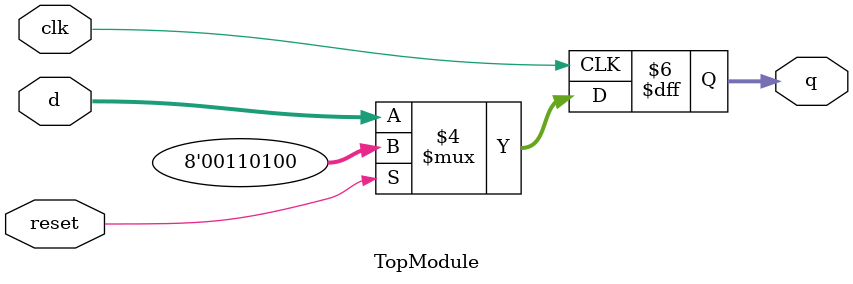
<source format=sv>
module TopModule (
    input logic clk,
    input logic reset,
    input logic [7:0] d,
    output logic [7:0] q
);

    // Initialize q to 0x34 in simulation
    initial begin
        q = 8'h34;
    end

    // 8 D flip-flops with active high synchronous reset
    always_ff @(negedge clk) begin
        if (reset) begin
            q <= 8'h34;
        end else begin
            q <= d;
        end
    end

endmodule
</source>
